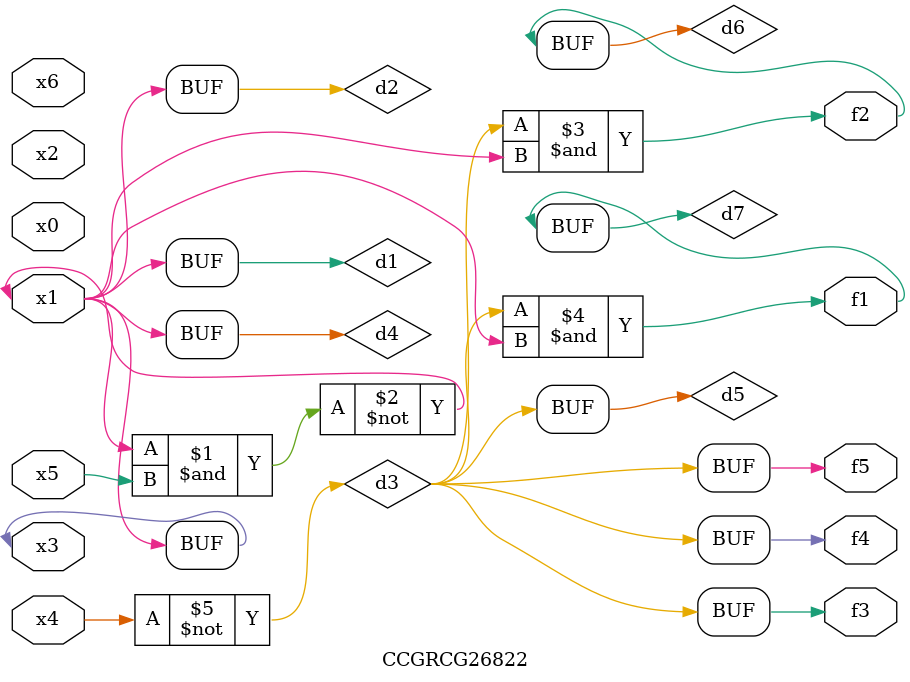
<source format=v>
module CCGRCG26822(
	input x0, x1, x2, x3, x4, x5, x6,
	output f1, f2, f3, f4, f5
);

	wire d1, d2, d3, d4, d5, d6, d7;

	buf (d1, x1, x3);
	nand (d2, x1, x5);
	not (d3, x4);
	buf (d4, d1, d2);
	buf (d5, d3);
	and (d6, d3, d4);
	and (d7, d3, d4);
	assign f1 = d7;
	assign f2 = d6;
	assign f3 = d5;
	assign f4 = d5;
	assign f5 = d5;
endmodule

</source>
